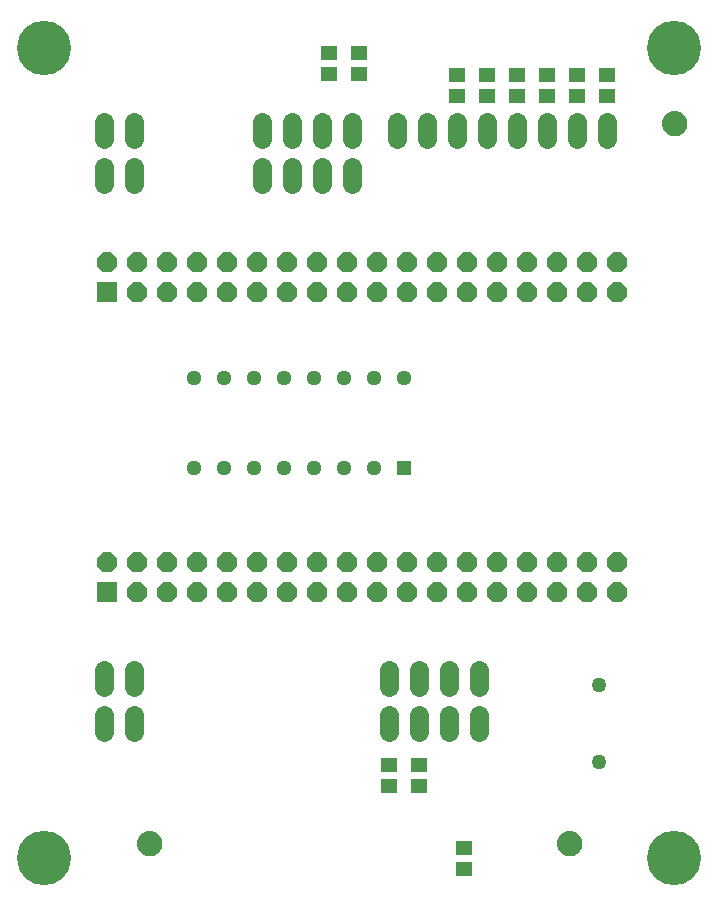
<source format=gbr>
G04 EAGLE Gerber RS-274X export*
G75*
%MOMM*%
%FSLAX34Y34*%
%LPD*%
%INSoldermask Top*%
%IPPOS*%
%AMOC8*
5,1,8,0,0,1.08239X$1,22.5*%
G01*
%ADD10R,1.676400X1.676400*%
%ADD11P,1.814519X8X22.500000*%
%ADD12C,1.272400*%
%ADD13R,1.282400X1.282400*%
%ADD14C,1.282400*%
%ADD15C,1.574800*%
%ADD16R,1.422400X1.295400*%
%ADD17C,0.609600*%
%ADD18C,1.168400*%
%ADD19C,4.597400*%


D10*
X90850Y263900D03*
D11*
X90850Y289300D03*
X116250Y263900D03*
X116250Y289300D03*
X141650Y263900D03*
X141650Y289300D03*
X167050Y263900D03*
X167050Y289300D03*
X192450Y263900D03*
X192450Y289300D03*
X217850Y263900D03*
X217850Y289300D03*
X243250Y263900D03*
X243250Y289300D03*
X268650Y263900D03*
X268650Y289300D03*
X294050Y263900D03*
X294050Y289300D03*
X319450Y263900D03*
X319450Y289300D03*
X344850Y263900D03*
X344850Y289300D03*
X370250Y263900D03*
X370250Y289300D03*
X395650Y263900D03*
X395650Y289300D03*
X421050Y263900D03*
X421050Y289300D03*
X446450Y263900D03*
X446450Y289300D03*
X471850Y263900D03*
X471850Y289300D03*
X497250Y263900D03*
X497250Y289300D03*
X522650Y263900D03*
X522650Y289300D03*
D10*
X90850Y517900D03*
D11*
X90850Y543300D03*
X116250Y517900D03*
X116250Y543300D03*
X141650Y517900D03*
X141650Y543300D03*
X167050Y517900D03*
X167050Y543300D03*
X192450Y517900D03*
X192450Y543300D03*
X217850Y517900D03*
X217850Y543300D03*
X243250Y517900D03*
X243250Y543300D03*
X268650Y517900D03*
X268650Y543300D03*
X294050Y517900D03*
X294050Y543300D03*
X319450Y517900D03*
X319450Y543300D03*
X344850Y517900D03*
X344850Y543300D03*
X370250Y517900D03*
X370250Y543300D03*
X395650Y517900D03*
X395650Y543300D03*
X421050Y517900D03*
X421050Y543300D03*
X446450Y517900D03*
X446450Y543300D03*
X471850Y517900D03*
X471850Y543300D03*
X497250Y517900D03*
X497250Y543300D03*
X522650Y517900D03*
X522650Y543300D03*
D12*
X508000Y119900D03*
X508000Y184900D03*
D13*
X342900Y368300D03*
D14*
X317500Y368300D03*
X292100Y368300D03*
X266700Y368300D03*
X241300Y368300D03*
X215900Y368300D03*
X190500Y368300D03*
X165100Y368300D03*
X165100Y444500D03*
X190500Y444500D03*
X215900Y444500D03*
X241300Y444500D03*
X266700Y444500D03*
X292100Y444500D03*
X317500Y444500D03*
X342900Y444500D03*
D15*
X88900Y197612D02*
X88900Y183388D01*
X114300Y183388D02*
X114300Y197612D01*
X88900Y159512D02*
X88900Y145288D01*
X114300Y145288D02*
X114300Y159512D01*
X114300Y608838D02*
X114300Y623062D01*
X88900Y623062D02*
X88900Y608838D01*
X114300Y646938D02*
X114300Y661162D01*
X88900Y661162D02*
X88900Y646938D01*
X298450Y646938D02*
X298450Y661162D01*
X273050Y661162D02*
X273050Y646938D01*
X247650Y646938D02*
X247650Y661162D01*
X222250Y661162D02*
X222250Y646938D01*
X298450Y623062D02*
X298450Y608838D01*
X273050Y608838D02*
X273050Y623062D01*
X247650Y623062D02*
X247650Y608838D01*
X222250Y608838D02*
X222250Y623062D01*
X330200Y159512D02*
X330200Y145288D01*
X355600Y145288D02*
X355600Y159512D01*
X381000Y159512D02*
X381000Y145288D01*
X406400Y145288D02*
X406400Y159512D01*
X330200Y183388D02*
X330200Y197612D01*
X355600Y197612D02*
X355600Y183388D01*
X381000Y183388D02*
X381000Y197612D01*
X406400Y197612D02*
X406400Y183388D01*
X514350Y646938D02*
X514350Y661162D01*
X488950Y661162D02*
X488950Y646938D01*
X463550Y646938D02*
X463550Y661162D01*
X438150Y661162D02*
X438150Y646938D01*
X412750Y646938D02*
X412750Y661162D01*
X387350Y661162D02*
X387350Y646938D01*
X361950Y646938D02*
X361950Y661162D01*
X336550Y661162D02*
X336550Y646938D01*
D16*
X514350Y701040D03*
X514350Y683260D03*
X488950Y701040D03*
X488950Y683260D03*
X463550Y701040D03*
X463550Y683260D03*
X438150Y701040D03*
X438150Y683260D03*
X412750Y701040D03*
X412750Y683260D03*
X387350Y701040D03*
X387350Y683260D03*
D17*
X474980Y50800D02*
X474982Y50987D01*
X474989Y51174D01*
X475001Y51361D01*
X475017Y51547D01*
X475037Y51733D01*
X475062Y51918D01*
X475092Y52103D01*
X475126Y52287D01*
X475165Y52470D01*
X475208Y52652D01*
X475256Y52832D01*
X475308Y53012D01*
X475365Y53190D01*
X475425Y53367D01*
X475491Y53542D01*
X475560Y53716D01*
X475634Y53888D01*
X475712Y54058D01*
X475794Y54226D01*
X475880Y54392D01*
X475970Y54556D01*
X476064Y54717D01*
X476162Y54877D01*
X476264Y55033D01*
X476370Y55188D01*
X476480Y55339D01*
X476593Y55488D01*
X476710Y55634D01*
X476830Y55777D01*
X476954Y55917D01*
X477081Y56054D01*
X477212Y56188D01*
X477346Y56319D01*
X477483Y56446D01*
X477623Y56570D01*
X477766Y56690D01*
X477912Y56807D01*
X478061Y56920D01*
X478212Y57030D01*
X478367Y57136D01*
X478523Y57238D01*
X478683Y57336D01*
X478844Y57430D01*
X479008Y57520D01*
X479174Y57606D01*
X479342Y57688D01*
X479512Y57766D01*
X479684Y57840D01*
X479858Y57909D01*
X480033Y57975D01*
X480210Y58035D01*
X480388Y58092D01*
X480568Y58144D01*
X480748Y58192D01*
X480930Y58235D01*
X481113Y58274D01*
X481297Y58308D01*
X481482Y58338D01*
X481667Y58363D01*
X481853Y58383D01*
X482039Y58399D01*
X482226Y58411D01*
X482413Y58418D01*
X482600Y58420D01*
X482787Y58418D01*
X482974Y58411D01*
X483161Y58399D01*
X483347Y58383D01*
X483533Y58363D01*
X483718Y58338D01*
X483903Y58308D01*
X484087Y58274D01*
X484270Y58235D01*
X484452Y58192D01*
X484632Y58144D01*
X484812Y58092D01*
X484990Y58035D01*
X485167Y57975D01*
X485342Y57909D01*
X485516Y57840D01*
X485688Y57766D01*
X485858Y57688D01*
X486026Y57606D01*
X486192Y57520D01*
X486356Y57430D01*
X486517Y57336D01*
X486677Y57238D01*
X486833Y57136D01*
X486988Y57030D01*
X487139Y56920D01*
X487288Y56807D01*
X487434Y56690D01*
X487577Y56570D01*
X487717Y56446D01*
X487854Y56319D01*
X487988Y56188D01*
X488119Y56054D01*
X488246Y55917D01*
X488370Y55777D01*
X488490Y55634D01*
X488607Y55488D01*
X488720Y55339D01*
X488830Y55188D01*
X488936Y55033D01*
X489038Y54877D01*
X489136Y54717D01*
X489230Y54556D01*
X489320Y54392D01*
X489406Y54226D01*
X489488Y54058D01*
X489566Y53888D01*
X489640Y53716D01*
X489709Y53542D01*
X489775Y53367D01*
X489835Y53190D01*
X489892Y53012D01*
X489944Y52832D01*
X489992Y52652D01*
X490035Y52470D01*
X490074Y52287D01*
X490108Y52103D01*
X490138Y51918D01*
X490163Y51733D01*
X490183Y51547D01*
X490199Y51361D01*
X490211Y51174D01*
X490218Y50987D01*
X490220Y50800D01*
X490218Y50613D01*
X490211Y50426D01*
X490199Y50239D01*
X490183Y50053D01*
X490163Y49867D01*
X490138Y49682D01*
X490108Y49497D01*
X490074Y49313D01*
X490035Y49130D01*
X489992Y48948D01*
X489944Y48768D01*
X489892Y48588D01*
X489835Y48410D01*
X489775Y48233D01*
X489709Y48058D01*
X489640Y47884D01*
X489566Y47712D01*
X489488Y47542D01*
X489406Y47374D01*
X489320Y47208D01*
X489230Y47044D01*
X489136Y46883D01*
X489038Y46723D01*
X488936Y46567D01*
X488830Y46412D01*
X488720Y46261D01*
X488607Y46112D01*
X488490Y45966D01*
X488370Y45823D01*
X488246Y45683D01*
X488119Y45546D01*
X487988Y45412D01*
X487854Y45281D01*
X487717Y45154D01*
X487577Y45030D01*
X487434Y44910D01*
X487288Y44793D01*
X487139Y44680D01*
X486988Y44570D01*
X486833Y44464D01*
X486677Y44362D01*
X486517Y44264D01*
X486356Y44170D01*
X486192Y44080D01*
X486026Y43994D01*
X485858Y43912D01*
X485688Y43834D01*
X485516Y43760D01*
X485342Y43691D01*
X485167Y43625D01*
X484990Y43565D01*
X484812Y43508D01*
X484632Y43456D01*
X484452Y43408D01*
X484270Y43365D01*
X484087Y43326D01*
X483903Y43292D01*
X483718Y43262D01*
X483533Y43237D01*
X483347Y43217D01*
X483161Y43201D01*
X482974Y43189D01*
X482787Y43182D01*
X482600Y43180D01*
X482413Y43182D01*
X482226Y43189D01*
X482039Y43201D01*
X481853Y43217D01*
X481667Y43237D01*
X481482Y43262D01*
X481297Y43292D01*
X481113Y43326D01*
X480930Y43365D01*
X480748Y43408D01*
X480568Y43456D01*
X480388Y43508D01*
X480210Y43565D01*
X480033Y43625D01*
X479858Y43691D01*
X479684Y43760D01*
X479512Y43834D01*
X479342Y43912D01*
X479174Y43994D01*
X479008Y44080D01*
X478844Y44170D01*
X478683Y44264D01*
X478523Y44362D01*
X478367Y44464D01*
X478212Y44570D01*
X478061Y44680D01*
X477912Y44793D01*
X477766Y44910D01*
X477623Y45030D01*
X477483Y45154D01*
X477346Y45281D01*
X477212Y45412D01*
X477081Y45546D01*
X476954Y45683D01*
X476830Y45823D01*
X476710Y45966D01*
X476593Y46112D01*
X476480Y46261D01*
X476370Y46412D01*
X476264Y46567D01*
X476162Y46723D01*
X476064Y46883D01*
X475970Y47044D01*
X475880Y47208D01*
X475794Y47374D01*
X475712Y47542D01*
X475634Y47712D01*
X475560Y47884D01*
X475491Y48058D01*
X475425Y48233D01*
X475365Y48410D01*
X475308Y48588D01*
X475256Y48768D01*
X475208Y48948D01*
X475165Y49130D01*
X475126Y49313D01*
X475092Y49497D01*
X475062Y49682D01*
X475037Y49867D01*
X475017Y50053D01*
X475001Y50239D01*
X474989Y50426D01*
X474982Y50613D01*
X474980Y50800D01*
D18*
X482600Y50800D03*
D17*
X563880Y660400D02*
X563882Y660587D01*
X563889Y660774D01*
X563901Y660961D01*
X563917Y661147D01*
X563937Y661333D01*
X563962Y661518D01*
X563992Y661703D01*
X564026Y661887D01*
X564065Y662070D01*
X564108Y662252D01*
X564156Y662432D01*
X564208Y662612D01*
X564265Y662790D01*
X564325Y662967D01*
X564391Y663142D01*
X564460Y663316D01*
X564534Y663488D01*
X564612Y663658D01*
X564694Y663826D01*
X564780Y663992D01*
X564870Y664156D01*
X564964Y664317D01*
X565062Y664477D01*
X565164Y664633D01*
X565270Y664788D01*
X565380Y664939D01*
X565493Y665088D01*
X565610Y665234D01*
X565730Y665377D01*
X565854Y665517D01*
X565981Y665654D01*
X566112Y665788D01*
X566246Y665919D01*
X566383Y666046D01*
X566523Y666170D01*
X566666Y666290D01*
X566812Y666407D01*
X566961Y666520D01*
X567112Y666630D01*
X567267Y666736D01*
X567423Y666838D01*
X567583Y666936D01*
X567744Y667030D01*
X567908Y667120D01*
X568074Y667206D01*
X568242Y667288D01*
X568412Y667366D01*
X568584Y667440D01*
X568758Y667509D01*
X568933Y667575D01*
X569110Y667635D01*
X569288Y667692D01*
X569468Y667744D01*
X569648Y667792D01*
X569830Y667835D01*
X570013Y667874D01*
X570197Y667908D01*
X570382Y667938D01*
X570567Y667963D01*
X570753Y667983D01*
X570939Y667999D01*
X571126Y668011D01*
X571313Y668018D01*
X571500Y668020D01*
X571687Y668018D01*
X571874Y668011D01*
X572061Y667999D01*
X572247Y667983D01*
X572433Y667963D01*
X572618Y667938D01*
X572803Y667908D01*
X572987Y667874D01*
X573170Y667835D01*
X573352Y667792D01*
X573532Y667744D01*
X573712Y667692D01*
X573890Y667635D01*
X574067Y667575D01*
X574242Y667509D01*
X574416Y667440D01*
X574588Y667366D01*
X574758Y667288D01*
X574926Y667206D01*
X575092Y667120D01*
X575256Y667030D01*
X575417Y666936D01*
X575577Y666838D01*
X575733Y666736D01*
X575888Y666630D01*
X576039Y666520D01*
X576188Y666407D01*
X576334Y666290D01*
X576477Y666170D01*
X576617Y666046D01*
X576754Y665919D01*
X576888Y665788D01*
X577019Y665654D01*
X577146Y665517D01*
X577270Y665377D01*
X577390Y665234D01*
X577507Y665088D01*
X577620Y664939D01*
X577730Y664788D01*
X577836Y664633D01*
X577938Y664477D01*
X578036Y664317D01*
X578130Y664156D01*
X578220Y663992D01*
X578306Y663826D01*
X578388Y663658D01*
X578466Y663488D01*
X578540Y663316D01*
X578609Y663142D01*
X578675Y662967D01*
X578735Y662790D01*
X578792Y662612D01*
X578844Y662432D01*
X578892Y662252D01*
X578935Y662070D01*
X578974Y661887D01*
X579008Y661703D01*
X579038Y661518D01*
X579063Y661333D01*
X579083Y661147D01*
X579099Y660961D01*
X579111Y660774D01*
X579118Y660587D01*
X579120Y660400D01*
X579118Y660213D01*
X579111Y660026D01*
X579099Y659839D01*
X579083Y659653D01*
X579063Y659467D01*
X579038Y659282D01*
X579008Y659097D01*
X578974Y658913D01*
X578935Y658730D01*
X578892Y658548D01*
X578844Y658368D01*
X578792Y658188D01*
X578735Y658010D01*
X578675Y657833D01*
X578609Y657658D01*
X578540Y657484D01*
X578466Y657312D01*
X578388Y657142D01*
X578306Y656974D01*
X578220Y656808D01*
X578130Y656644D01*
X578036Y656483D01*
X577938Y656323D01*
X577836Y656167D01*
X577730Y656012D01*
X577620Y655861D01*
X577507Y655712D01*
X577390Y655566D01*
X577270Y655423D01*
X577146Y655283D01*
X577019Y655146D01*
X576888Y655012D01*
X576754Y654881D01*
X576617Y654754D01*
X576477Y654630D01*
X576334Y654510D01*
X576188Y654393D01*
X576039Y654280D01*
X575888Y654170D01*
X575733Y654064D01*
X575577Y653962D01*
X575417Y653864D01*
X575256Y653770D01*
X575092Y653680D01*
X574926Y653594D01*
X574758Y653512D01*
X574588Y653434D01*
X574416Y653360D01*
X574242Y653291D01*
X574067Y653225D01*
X573890Y653165D01*
X573712Y653108D01*
X573532Y653056D01*
X573352Y653008D01*
X573170Y652965D01*
X572987Y652926D01*
X572803Y652892D01*
X572618Y652862D01*
X572433Y652837D01*
X572247Y652817D01*
X572061Y652801D01*
X571874Y652789D01*
X571687Y652782D01*
X571500Y652780D01*
X571313Y652782D01*
X571126Y652789D01*
X570939Y652801D01*
X570753Y652817D01*
X570567Y652837D01*
X570382Y652862D01*
X570197Y652892D01*
X570013Y652926D01*
X569830Y652965D01*
X569648Y653008D01*
X569468Y653056D01*
X569288Y653108D01*
X569110Y653165D01*
X568933Y653225D01*
X568758Y653291D01*
X568584Y653360D01*
X568412Y653434D01*
X568242Y653512D01*
X568074Y653594D01*
X567908Y653680D01*
X567744Y653770D01*
X567583Y653864D01*
X567423Y653962D01*
X567267Y654064D01*
X567112Y654170D01*
X566961Y654280D01*
X566812Y654393D01*
X566666Y654510D01*
X566523Y654630D01*
X566383Y654754D01*
X566246Y654881D01*
X566112Y655012D01*
X565981Y655146D01*
X565854Y655283D01*
X565730Y655423D01*
X565610Y655566D01*
X565493Y655712D01*
X565380Y655861D01*
X565270Y656012D01*
X565164Y656167D01*
X565062Y656323D01*
X564964Y656483D01*
X564870Y656644D01*
X564780Y656808D01*
X564694Y656974D01*
X564612Y657142D01*
X564534Y657312D01*
X564460Y657484D01*
X564391Y657658D01*
X564325Y657833D01*
X564265Y658010D01*
X564208Y658188D01*
X564156Y658368D01*
X564108Y658548D01*
X564065Y658730D01*
X564026Y658913D01*
X563992Y659097D01*
X563962Y659282D01*
X563937Y659467D01*
X563917Y659653D01*
X563901Y659839D01*
X563889Y660026D01*
X563882Y660213D01*
X563880Y660400D01*
D18*
X571500Y660400D03*
D17*
X119380Y50800D02*
X119382Y50987D01*
X119389Y51174D01*
X119401Y51361D01*
X119417Y51547D01*
X119437Y51733D01*
X119462Y51918D01*
X119492Y52103D01*
X119526Y52287D01*
X119565Y52470D01*
X119608Y52652D01*
X119656Y52832D01*
X119708Y53012D01*
X119765Y53190D01*
X119825Y53367D01*
X119891Y53542D01*
X119960Y53716D01*
X120034Y53888D01*
X120112Y54058D01*
X120194Y54226D01*
X120280Y54392D01*
X120370Y54556D01*
X120464Y54717D01*
X120562Y54877D01*
X120664Y55033D01*
X120770Y55188D01*
X120880Y55339D01*
X120993Y55488D01*
X121110Y55634D01*
X121230Y55777D01*
X121354Y55917D01*
X121481Y56054D01*
X121612Y56188D01*
X121746Y56319D01*
X121883Y56446D01*
X122023Y56570D01*
X122166Y56690D01*
X122312Y56807D01*
X122461Y56920D01*
X122612Y57030D01*
X122767Y57136D01*
X122923Y57238D01*
X123083Y57336D01*
X123244Y57430D01*
X123408Y57520D01*
X123574Y57606D01*
X123742Y57688D01*
X123912Y57766D01*
X124084Y57840D01*
X124258Y57909D01*
X124433Y57975D01*
X124610Y58035D01*
X124788Y58092D01*
X124968Y58144D01*
X125148Y58192D01*
X125330Y58235D01*
X125513Y58274D01*
X125697Y58308D01*
X125882Y58338D01*
X126067Y58363D01*
X126253Y58383D01*
X126439Y58399D01*
X126626Y58411D01*
X126813Y58418D01*
X127000Y58420D01*
X127187Y58418D01*
X127374Y58411D01*
X127561Y58399D01*
X127747Y58383D01*
X127933Y58363D01*
X128118Y58338D01*
X128303Y58308D01*
X128487Y58274D01*
X128670Y58235D01*
X128852Y58192D01*
X129032Y58144D01*
X129212Y58092D01*
X129390Y58035D01*
X129567Y57975D01*
X129742Y57909D01*
X129916Y57840D01*
X130088Y57766D01*
X130258Y57688D01*
X130426Y57606D01*
X130592Y57520D01*
X130756Y57430D01*
X130917Y57336D01*
X131077Y57238D01*
X131233Y57136D01*
X131388Y57030D01*
X131539Y56920D01*
X131688Y56807D01*
X131834Y56690D01*
X131977Y56570D01*
X132117Y56446D01*
X132254Y56319D01*
X132388Y56188D01*
X132519Y56054D01*
X132646Y55917D01*
X132770Y55777D01*
X132890Y55634D01*
X133007Y55488D01*
X133120Y55339D01*
X133230Y55188D01*
X133336Y55033D01*
X133438Y54877D01*
X133536Y54717D01*
X133630Y54556D01*
X133720Y54392D01*
X133806Y54226D01*
X133888Y54058D01*
X133966Y53888D01*
X134040Y53716D01*
X134109Y53542D01*
X134175Y53367D01*
X134235Y53190D01*
X134292Y53012D01*
X134344Y52832D01*
X134392Y52652D01*
X134435Y52470D01*
X134474Y52287D01*
X134508Y52103D01*
X134538Y51918D01*
X134563Y51733D01*
X134583Y51547D01*
X134599Y51361D01*
X134611Y51174D01*
X134618Y50987D01*
X134620Y50800D01*
X134618Y50613D01*
X134611Y50426D01*
X134599Y50239D01*
X134583Y50053D01*
X134563Y49867D01*
X134538Y49682D01*
X134508Y49497D01*
X134474Y49313D01*
X134435Y49130D01*
X134392Y48948D01*
X134344Y48768D01*
X134292Y48588D01*
X134235Y48410D01*
X134175Y48233D01*
X134109Y48058D01*
X134040Y47884D01*
X133966Y47712D01*
X133888Y47542D01*
X133806Y47374D01*
X133720Y47208D01*
X133630Y47044D01*
X133536Y46883D01*
X133438Y46723D01*
X133336Y46567D01*
X133230Y46412D01*
X133120Y46261D01*
X133007Y46112D01*
X132890Y45966D01*
X132770Y45823D01*
X132646Y45683D01*
X132519Y45546D01*
X132388Y45412D01*
X132254Y45281D01*
X132117Y45154D01*
X131977Y45030D01*
X131834Y44910D01*
X131688Y44793D01*
X131539Y44680D01*
X131388Y44570D01*
X131233Y44464D01*
X131077Y44362D01*
X130917Y44264D01*
X130756Y44170D01*
X130592Y44080D01*
X130426Y43994D01*
X130258Y43912D01*
X130088Y43834D01*
X129916Y43760D01*
X129742Y43691D01*
X129567Y43625D01*
X129390Y43565D01*
X129212Y43508D01*
X129032Y43456D01*
X128852Y43408D01*
X128670Y43365D01*
X128487Y43326D01*
X128303Y43292D01*
X128118Y43262D01*
X127933Y43237D01*
X127747Y43217D01*
X127561Y43201D01*
X127374Y43189D01*
X127187Y43182D01*
X127000Y43180D01*
X126813Y43182D01*
X126626Y43189D01*
X126439Y43201D01*
X126253Y43217D01*
X126067Y43237D01*
X125882Y43262D01*
X125697Y43292D01*
X125513Y43326D01*
X125330Y43365D01*
X125148Y43408D01*
X124968Y43456D01*
X124788Y43508D01*
X124610Y43565D01*
X124433Y43625D01*
X124258Y43691D01*
X124084Y43760D01*
X123912Y43834D01*
X123742Y43912D01*
X123574Y43994D01*
X123408Y44080D01*
X123244Y44170D01*
X123083Y44264D01*
X122923Y44362D01*
X122767Y44464D01*
X122612Y44570D01*
X122461Y44680D01*
X122312Y44793D01*
X122166Y44910D01*
X122023Y45030D01*
X121883Y45154D01*
X121746Y45281D01*
X121612Y45412D01*
X121481Y45546D01*
X121354Y45683D01*
X121230Y45823D01*
X121110Y45966D01*
X120993Y46112D01*
X120880Y46261D01*
X120770Y46412D01*
X120664Y46567D01*
X120562Y46723D01*
X120464Y46883D01*
X120370Y47044D01*
X120280Y47208D01*
X120194Y47374D01*
X120112Y47542D01*
X120034Y47712D01*
X119960Y47884D01*
X119891Y48058D01*
X119825Y48233D01*
X119765Y48410D01*
X119708Y48588D01*
X119656Y48768D01*
X119608Y48948D01*
X119565Y49130D01*
X119526Y49313D01*
X119492Y49497D01*
X119462Y49682D01*
X119437Y49867D01*
X119417Y50053D01*
X119401Y50239D01*
X119389Y50426D01*
X119382Y50613D01*
X119380Y50800D01*
D18*
X127000Y50800D03*
D16*
X393700Y46990D03*
X393700Y29210D03*
D19*
X571500Y723900D03*
X38100Y723900D03*
X571500Y38100D03*
X38100Y38100D03*
D16*
X304800Y702310D03*
X304800Y720090D03*
X279400Y702310D03*
X279400Y720090D03*
X330200Y116840D03*
X330200Y99060D03*
X355600Y116840D03*
X355600Y99060D03*
M02*

</source>
